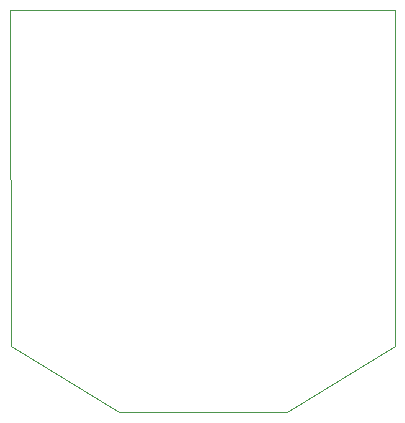
<source format=gbr>
%TF.GenerationSoftware,KiCad,Pcbnew,(6.0.11)*%
%TF.CreationDate,2024-01-24T22:10:28+00:00*%
%TF.ProjectId,Econet_RJ45_Mini,45636f6e-6574-45f5-924a-34355f4d696e,rev?*%
%TF.SameCoordinates,Original*%
%TF.FileFunction,Profile,NP*%
%FSLAX46Y46*%
G04 Gerber Fmt 4.6, Leading zero omitted, Abs format (unit mm)*
G04 Created by KiCad (PCBNEW (6.0.11)) date 2024-01-24 22:10:28*
%MOMM*%
%LPD*%
G01*
G04 APERTURE LIST*
%TA.AperFunction,Profile*%
%ADD10C,0.100000*%
%TD*%
G04 APERTURE END LIST*
D10*
X173060000Y-74640000D02*
X182190000Y-69000000D01*
X182190000Y-40610000D02*
X182190000Y-69000000D01*
X158840000Y-74640000D02*
X149710000Y-69000000D01*
X158840000Y-74640000D02*
X173060000Y-74640000D01*
X149630000Y-40610000D02*
X182190000Y-40610000D01*
X149630000Y-40610000D02*
X149710000Y-69000000D01*
M02*

</source>
